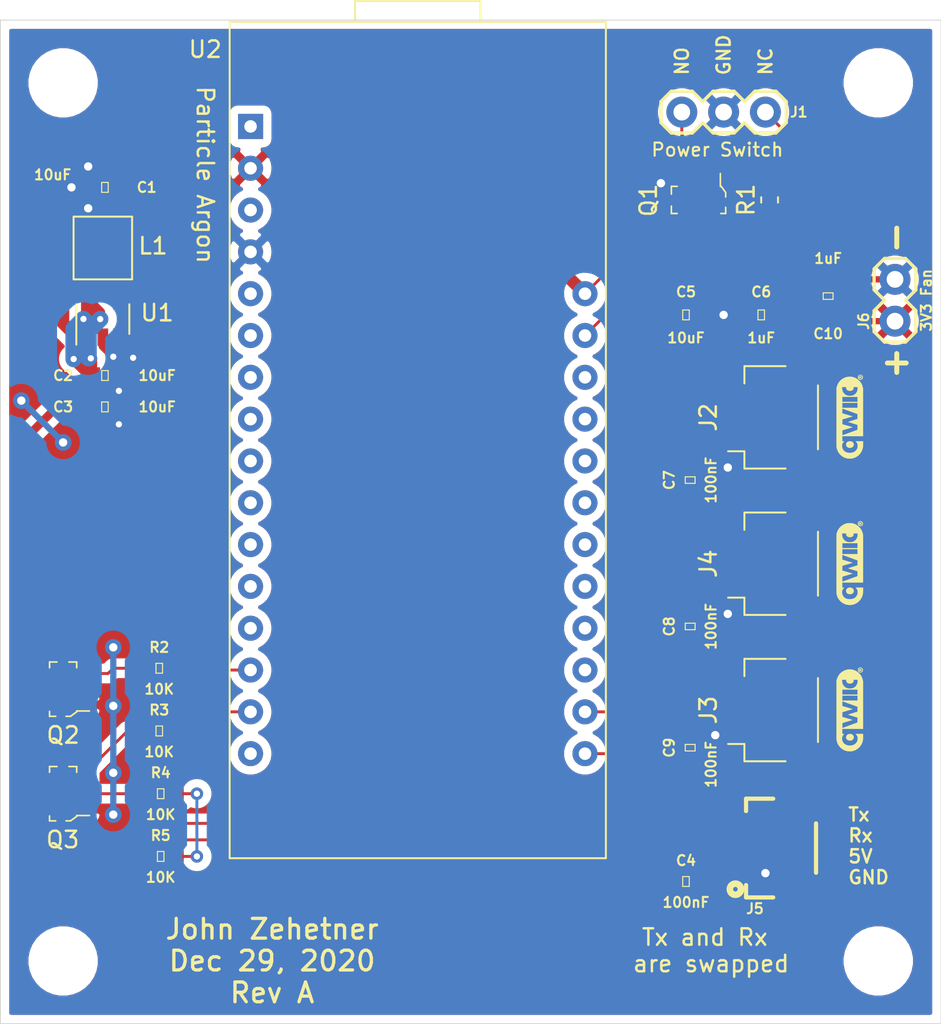
<source format=kicad_pcb>
(kicad_pcb (version 20171130) (host pcbnew "(5.1.8-0-10_14)")
  (layers (0 F.Cu signal) (31 B.Cu signal) (35 F.Paste user) (37 F.SilkS user) (38 B.Mask user) (39 F.Mask user) (44 Edge.Cuts user))
  (net 0 "")
  (net 1 3V3)
  (net 2 "Net-(J1-Pad3)")
  (net 3 GND)
  (net 4 "Net-(C1-Pad1)")
  (net 5 +5V)
  (net 6 "Net-(J2-Pad4)")
  (net 7 "Net-(J2-Pad3)")
  (net 8 "Net-(L1-Pad2)")
  (net 9 "Net-(Q2-Pad2)")
  (net 10 "Net-(J5-Pad3)")
  (net 11 "Net-(U2-Pad26)")
  (net 12 "Net-(U2-Pad25)")
  (net 13 "Net-(U2-Pad24)")
  (net 14 "Net-(U2-Pad23)")
  (net 15 "Net-(U2-Pad22)")
  (net 16 "Net-(U2-Pad21)")
  (net 17 "Net-(U2-Pad20)")
  (net 18 "Net-(U2-Pad19)")
  (net 19 "Net-(U2-Pad16)")
  (net 20 "Net-(U2-Pad13)")
  (net 21 "Net-(U2-Pad12)")
  (net 22 "Net-(U2-Pad11)")
  (net 23 "Net-(U2-Pad10)")
  (net 24 "Net-(U2-Pad9)")
  (net 25 "Net-(U2-Pad8)")
  (net 26 "Net-(U2-Pad7)")
  (net 27 "Net-(U2-Pad6)")
  (net 28 "Net-(U2-Pad5)")
  (net 29 "Net-(U2-Pad3)")
  (net 30 "Net-(U2-Pad1)")
  (net 31 "Net-(J1-Pad1)")
  (net 32 "Net-(J5-Pad4)")
  (net 33 "Net-(Q3-Pad2)")
  (module Capacitors:0603 (layer F.Cu) (at 139.27836 101.6)
    (fp_text reference R5 (at 0 -1.27) (layer F.SilkS) (effects (font (size 0.6096 0.6096) (thickness 0.127))))
    (fp_text value 10K (at 0 1.27) (layer F.SilkS) (effects (font (size 0.6096 0.6096) (thickness 0.127))))
    (pad 2 smd rect (at 0.84836 0) (size 1.09982 0.99822) (layers F.Cu F.Paste F.Mask) (net 5 +5V))
    (pad 1 smd rect (at -0.84836 0) (size 1.09982 0.99822) (layers F.Cu F.Paste F.Mask) (net 10 "Net-(J5-Pad3)"))
  )
  (module Capacitors:0603 (layer F.Cu) (at 139.27836 97.79)
    (fp_text reference R4 (at 0 -1.27) (layer F.SilkS) (effects (font (size 0.6096 0.6096) (thickness 0.127))))
    (fp_text value 10K (at 0 1.27) (layer F.SilkS) (effects (font (size 0.6096 0.6096) (thickness 0.127))))
    (pad 2 smd rect (at 0.84836 0) (size 1.09982 0.99822) (layers F.Cu F.Paste F.Mask) (net 5 +5V))
    (pad 1 smd rect (at -0.84836 0) (size 1.09982 0.99822) (layers F.Cu F.Paste F.Mask) (net 32 "Net-(J5-Pad4)"))
  )
  (module Capacitors:0603 (layer F.Cu) (at 139.192 93.98)
    (fp_text reference R3 (at 0 -1.27) (layer F.SilkS) (effects (font (size 0.6096 0.6096) (thickness 0.127))))
    (fp_text value 10K (at 0 1.27) (layer F.SilkS) (effects (font (size 0.6096 0.6096) (thickness 0.127))))
    (pad 2 smd rect (at 0.84836 0) (size 1.09982 0.99822) (layers F.Cu F.Paste F.Mask) (net 1 3V3))
    (pad 1 smd rect (at -0.84836 0) (size 1.09982 0.99822) (layers F.Cu F.Paste F.Mask) (net 33 "Net-(Q3-Pad2)"))
  )
  (module Capacitors:0603 (layer F.Cu) (at 139.192 90.17)
    (fp_text reference R2 (at 0 -1.27) (layer F.SilkS) (effects (font (size 0.6096 0.6096) (thickness 0.127))))
    (fp_text value 10K (at 0 1.27) (layer F.SilkS) (effects (font (size 0.6096 0.6096) (thickness 0.127))))
    (pad 2 smd rect (at 0.84836 0) (size 1.09982 0.99822) (layers F.Cu F.Paste F.Mask) (net 1 3V3))
    (pad 1 smd rect (at -0.84836 0) (size 1.09982 0.99822) (layers F.Cu F.Paste F.Mask) (net 9 "Net-(Q2-Pad2)"))
  )
  (module Connectors:1X02 (layer F.Cu) (at 183.896 69.088 90)
    (fp_text reference J6 (at 0 -1.905 90) (layer F.SilkS) (effects (font (size 0.6096 0.6096) (thickness 0.127))))
    (fp_text value "3V3 Fan" (at 1.27 1.905 90) (layer F.SilkS) (effects (font (size 0.6096 0.6096) (thickness 0.127))))
    (pad 2 thru_hole circle (at 2.54 0 90) (size 1.8796 1.8796) (drill 1.016) (layers *.Cu *.Mask) (net 3 GND))
    (pad 1 thru_hole circle (at 0 0 90) (size 1.8796 1.8796) (drill 1.016) (layers *.Cu *.Mask) (net 1 3V3))
  )
  (module Capacitors:0603 (layer F.Cu) (at 179.832 67.564 90)
    (fp_text reference C10 (at -2.286 0 180) (layer F.SilkS) (effects (font (size 0.6096 0.6096) (thickness 0.127))))
    (fp_text value 1uF (at 2.286 0 180) (layer F.SilkS) (effects (font (size 0.6096 0.6096) (thickness 0.127))))
    (pad 2 smd rect (at 0.84836 0 90) (size 1.09982 0.99822) (layers F.Cu F.Paste F.Mask) (net 3 GND))
    (pad 1 smd rect (at -0.84836 0 90) (size 1.09982 0.99822) (layers F.Cu F.Paste F.Mask) (net 1 3V3))
  )
  (module Capacitors:0603 (layer F.Cu) (at 171.196 103.124)
    (fp_text reference C4 (at 0 -1.27) (layer F.SilkS) (effects (font (size 0.6096 0.6096) (thickness 0.127))))
    (fp_text value 100nF (at 0 1.27) (layer F.SilkS) (effects (font (size 0.6096 0.6096) (thickness 0.127))))
    (pad 2 smd rect (at 0.84836 0) (size 1.09982 0.99822) (layers F.Cu F.Paste F.Mask) (net 3 GND))
    (pad 1 smd rect (at -0.84836 0) (size 1.09982 0.99822) (layers F.Cu F.Paste F.Mask) (net 5 +5V))
  )
  (module MountingHole:MountingHole_3.2mm_M3 (layer F.Cu) (at 182.88 107.95)
    (fp_text reference REF** hide)
    (fp_text value MountingHole_3.2mm_M3)
    (pad 1 np_thru_hole circle (at 0 0) (size 3.2 3.2) (drill 3.2) (layers *.Cu *.Mask))
  )
  (module MountingHole:MountingHole_3.2mm_M3 (layer F.Cu) (at 133.35 107.95)
    (fp_text reference REF** hide)
    (fp_text value MountingHole_3.2mm_M3)
    (pad 1 np_thru_hole circle (at 0 0) (size 3.2 3.2) (drill 3.2) (layers *.Cu *.Mask))
  )
  (module MountingHole:MountingHole_3.2mm_M3 (layer F.Cu) (at 133.35 54.61)
    (fp_text reference REF** hide)
    (fp_text value MountingHole_3.2mm_M3)
    (pad 1 np_thru_hole circle (at 0 0) (size 3.2 3.2) (drill 3.2) (layers *.Cu *.Mask))
  )
  (module MountingHole:MountingHole_3.2mm_M3 (layer F.Cu) (at 182.88 54.61)
    (fp_text reference REF** hide)
    (fp_text value MountingHole_3.2mm_M3)
    (pad 1 np_thru_hole circle (at 0 0) (size 3.2 3.2) (drill 3.2) (layers *.Cu *.Mask))
  )
  (module JohnZPCB:Qwiic_Logo (layer F.Cu) (at 181.102 74.93 90)
    (fp_text reference G*** hide)
    (fp_text value LOGO hide)
  )
  (module JohnZPCB:Qwiic_Logo (layer F.Cu) (at 181.102 92.71 90)
    (fp_text reference G*** hide)
    (fp_text value LOGO hide)
  )
  (module JohnZPCB:Qwiic_Logo (layer F.Cu) (at 181.102 83.82 90)
    (fp_text reference G*** hide)
    (fp_text value LOGO hide)
  )
  (module Resistor_SMD:R_0603_1608Metric (layer F.Cu) (at 176.276 61.722 90)
    (fp_text reference R1 (at 0 -1.43 90) (layer F.SilkS))
    (fp_text value 270K)
    (pad 2 smd roundrect (at 0.7875 0 90) (size 0.875 0.95) (layers F.Cu F.Paste F.Mask) (net 31 "Net-(J1-Pad1)"))
    (pad 1 smd roundrect (at -0.7875 0 90) (size 0.875 0.95) (layers F.Cu F.Paste F.Mask) (net 4 "Net-(C1-Pad1)"))
  )
  (module Connectors:1X03 (layer F.Cu) (at 170.942 56.388)
    (fp_text reference J1 (at 7.112 0) (layer F.SilkS) (effects (font (size 0.6096 0.6096) (thickness 0.127))))
    (fp_text value "Power Switch" (at 2.159 2.286) (layer F.SilkS) (effects (font (size 0.8 0.8) (thickness 0.127))))
    (pad 3 thru_hole circle (at 5.08 0) (size 1.8796 1.8796) (drill 1.016) (layers *.Cu *.Mask) (net 2 "Net-(J1-Pad3)"))
    (pad 2 thru_hole circle (at 2.54 0) (size 1.8796 1.8796) (drill 1.016) (layers *.Cu *.Mask) (net 3 GND))
    (pad 1 thru_hole circle (at 0 0) (size 1.8796 1.8796) (drill 1.016) (layers *.Cu *.Mask) (net 31 "Net-(J1-Pad1)"))
  )
  (module Package_TO_SOT_SMD:SOT-23-5 (layer F.Cu) (at 135.763 68.961 90)
    (fp_text reference U1 (at 0.381 3.302 180) (layer F.SilkS))
    (fp_text value RP402Nxx1x)
    (pad 5 smd rect (at 1.1 -0.95 90) (size 1.06 0.65) (layers F.Cu F.Paste F.Mask) (net 5 +5V))
    (pad 4 smd rect (at 1.1 0.95 90) (size 1.06 0.65) (layers F.Cu F.Paste F.Mask) (net 4 "Net-(C1-Pad1)"))
    (pad 3 smd rect (at -1.1 0.95 90) (size 1.06 0.65) (layers F.Cu F.Paste F.Mask) (net 1 3V3))
    (pad 2 smd rect (at -1.1 0 90) (size 1.06 0.65) (layers F.Cu F.Paste F.Mask) (net 3 GND))
    (pad 1 smd rect (at -1.1 -0.95 90) (size 1.06 0.65) (layers F.Cu F.Paste F.Mask) (net 8 "Net-(L1-Pad2)"))
  )
  (module digikey-footprints:SOT-23-3 (layer F.Cu) (at 171.958 61.722 270)
    (fp_text reference Q1 (at 0.025 3.048 90) (layer F.SilkS))
    (fp_text value BSS138)
    (pad 1 smd rect (at -1.05 -0.95 270) (size 1.3 0.6) (layers F.Cu F.Paste F.Mask) (net 31 "Net-(J1-Pad1)"))
    (pad 2 smd rect (at -1.05 0.95 270) (size 1.3 0.6) (layers F.Cu F.Paste F.Mask) (net 3 GND))
    (pad 3 smd rect (at 1.05 0 270) (size 1.3 0.6) (layers F.Cu F.Paste F.Mask) (net 2 "Net-(J1-Pad3)"))
  )
  (module digikey-footprints:SOT-23-3 (layer F.Cu) (at 133.35 91.44 180)
    (fp_text reference Q2 (at 0 -2.794) (layer F.SilkS))
    (fp_text value BSS138)
    (pad 1 smd rect (at -1.05 -0.95 180) (size 1.3 0.6) (layers F.Cu F.Paste F.Mask) (net 1 3V3))
    (pad 2 smd rect (at -1.05 0.95 180) (size 1.3 0.6) (layers F.Cu F.Paste F.Mask) (net 9 "Net-(Q2-Pad2)"))
    (pad 3 smd rect (at 1.05 0 180) (size 1.3 0.6) (layers F.Cu F.Paste F.Mask) (net 32 "Net-(J5-Pad4)"))
  )
  (module digikey-footprints:SOT-23-3 (layer F.Cu) (at 133.35 97.79 180)
    (fp_text reference Q3 (at 0.025 -2.794) (layer F.SilkS))
    (fp_text value BSS138)
    (pad 1 smd rect (at -1.05 -0.95 180) (size 1.3 0.6) (layers F.Cu F.Paste F.Mask) (net 1 3V3))
    (pad 2 smd rect (at -1.05 0.95 180) (size 1.3 0.6) (layers F.Cu F.Paste F.Mask) (net 33 "Net-(Q3-Pad2)"))
    (pad 3 smd rect (at 1.05 0 180) (size 1.3 0.6) (layers F.Cu F.Paste F.Mask) (net 10 "Net-(J5-Pad3)"))
  )
  (module JohnZPCB:VLS3012HBX (layer F.Cu) (at 135.763 64.643 180)
    (fp_text reference L1 (at -3.048 0.127) (layer F.SilkS))
    (fp_text value VLS3012HBX-2R2M‎)
    (pad 2 smd rect (at 1.05 0 180) (size 1 3.4) (layers F.Cu F.Paste F.Mask) (net 8 "Net-(L1-Pad2)"))
    (pad 1 smd rect (at -1.05 0 180) (size 1 3.4) (layers F.Cu F.Paste F.Mask) (net 4 "Net-(C1-Pad1)"))
  )
  (module Connector_JST:JST_SH_SM04B-SRSS-TB_1x04-1MP_P1.00mm_Horizontal (layer F.Cu) (at 176.53 74.93 90)
    (fp_text reference J2 (at 0 -3.98 90) (layer F.SilkS))
    (fp_text value QWIIC_CONNECTORJS-1MM)
    (pad MP smd roundrect (at 2.8 1.875 90) (size 1.2 1.8) (layers F.Cu F.Paste F.Mask) (roundrect_rratio 0.208333))
    (pad MP smd roundrect (at -2.8 1.875 90) (size 1.2 1.8) (layers F.Cu F.Paste F.Mask) (roundrect_rratio 0.208333))
    (pad 4 smd roundrect (at 1.5 -2 90) (size 0.6 1.55) (layers F.Cu F.Paste F.Mask) (net 6 "Net-(J2-Pad4)"))
    (pad 3 smd roundrect (at 0.5 -2 90) (size 0.6 1.55) (layers F.Cu F.Paste F.Mask) (net 7 "Net-(J2-Pad3)"))
    (pad 2 smd roundrect (at -0.5 -2 90) (size 0.6 1.55) (layers F.Cu F.Paste F.Mask) (net 1 3V3))
    (pad 1 smd roundrect (at -1.5 -2 90) (size 0.6 1.55) (layers F.Cu F.Paste F.Mask) (net 3 GND))
  )
  (module Connectors:1X04_1MM_RA (layer F.Cu) (at 174.498 101.092 90)
    (fp_text reference J5 (at -3.683 0.889) (layer F.SilkS) (effects (font (size 0.6096 0.6096) (thickness 0.127))))
    (fp_text value UART_CONNECTORJS-1MM hide)
    (pad NC2 smd rect (at -2.79908 3.67284 90) (size 1.19888 1.99898) (layers F.Cu F.Paste F.Mask))
    (pad NC1 smd rect (at 2.79908 3.67284 90) (size 1.19888 1.99898) (layers F.Cu F.Paste F.Mask))
    (pad 4 smd rect (at 1.4986 0 90) (size 0.59944 1.34874) (layers F.Cu F.Paste F.Mask) (net 32 "Net-(J5-Pad4)"))
    (pad 3 smd rect (at 0.49784 0 90) (size 0.59944 1.34874) (layers F.Cu F.Paste F.Mask) (net 10 "Net-(J5-Pad3)"))
    (pad 2 smd rect (at -0.49784 0 90) (size 0.59944 1.34874) (layers F.Cu F.Paste F.Mask) (net 5 +5V))
    (pad 1 smd rect (at -1.4986 0 90) (size 0.59944 1.34874) (layers F.Cu F.Paste F.Mask) (net 3 GND))
  )
  (module Capacitors:0603 (layer F.Cu) (at 171.45 94.996 90)
    (fp_text reference C9 (at 0 -1.27 90) (layer F.SilkS) (effects (font (size 0.6096 0.6096) (thickness 0.127))))
    (fp_text value 100nF (at -1.016 1.27 90) (layer F.SilkS) (effects (font (size 0.6096 0.6096) (thickness 0.127))))
    (pad 2 smd rect (at 0.84836 0 90) (size 1.09982 0.99822) (layers F.Cu F.Paste F.Mask) (net 3 GND))
    (pad 1 smd rect (at -0.84836 0 90) (size 1.09982 0.99822) (layers F.Cu F.Paste F.Mask) (net 1 3V3))
  )
  (module Capacitors:0603 (layer F.Cu) (at 171.45 87.63 90)
    (fp_text reference C8 (at 0 -1.27 90) (layer F.SilkS) (effects (font (size 0.6096 0.6096) (thickness 0.127))))
    (fp_text value 100nF (at 0 1.27 90) (layer F.SilkS) (effects (font (size 0.6096 0.6096) (thickness 0.127))))
    (pad 2 smd rect (at 0.84836 0 90) (size 1.09982 0.99822) (layers F.Cu F.Paste F.Mask) (net 3 GND))
    (pad 1 smd rect (at -0.84836 0 90) (size 1.09982 0.99822) (layers F.Cu F.Paste F.Mask) (net 1 3V3))
  )
  (module Capacitors:0603 (layer F.Cu) (at 171.45 78.74 90)
    (fp_text reference C7 (at 0 -1.27 90) (layer F.SilkS) (effects (font (size 0.6096 0.6096) (thickness 0.127))))
    (fp_text value 100nF (at 0 1.27 90) (layer F.SilkS) (effects (font (size 0.6096 0.6096) (thickness 0.127))))
    (pad 2 smd rect (at 0.84836 0 90) (size 1.09982 0.99822) (layers F.Cu F.Paste F.Mask) (net 3 GND))
    (pad 1 smd rect (at -0.84836 0 90) (size 1.09982 0.99822) (layers F.Cu F.Paste F.Mask) (net 1 3V3))
  )
  (module Capacitors:0603 (layer F.Cu) (at 175.768 68.707 180)
    (fp_text reference C6 (at 0 1.397) (layer F.SilkS) (effects (font (size 0.6096 0.6096) (thickness 0.127))))
    (fp_text value 1uF (at 0 -1.397) (layer F.SilkS) (effects (font (size 0.6096 0.6096) (thickness 0.127))))
    (pad 2 smd rect (at 0.84836 0 180) (size 1.09982 0.99822) (layers F.Cu F.Paste F.Mask) (net 3 GND))
    (pad 1 smd rect (at -0.84836 0 180) (size 1.09982 0.99822) (layers F.Cu F.Paste F.Mask) (net 1 3V3))
  )
  (module Capacitors:0603 (layer F.Cu) (at 171.196 68.707)
    (fp_text reference C5 (at 0 -1.397) (layer F.SilkS) (effects (font (size 0.6096 0.6096) (thickness 0.127))))
    (fp_text value 10uF (at 0 1.397) (layer F.SilkS) (effects (font (size 0.6096 0.6096) (thickness 0.127))))
    (pad 2 smd rect (at 0.84836 0) (size 1.09982 0.99822) (layers F.Cu F.Paste F.Mask) (net 3 GND))
    (pad 1 smd rect (at -0.84836 0) (size 1.09982 0.99822) (layers F.Cu F.Paste F.Mask) (net 1 3V3))
  )
  (module Capacitors:0603 (layer F.Cu) (at 135.89 74.295)
    (fp_text reference C3 (at -2.54 0) (layer F.SilkS) (effects (font (size 0.6096 0.6096) (thickness 0.127))))
    (fp_text value 10uF (at 3.175 0) (layer F.SilkS) (effects (font (size 0.6096 0.6096) (thickness 0.127))))
    (pad 2 smd rect (at 0.84836 0) (size 1.09982 0.99822) (layers F.Cu F.Paste F.Mask) (net 3 GND))
    (pad 1 smd rect (at -0.84836 0) (size 1.09982 0.99822) (layers F.Cu F.Paste F.Mask) (net 5 +5V))
  )
  (module Capacitors:0603 (layer F.Cu) (at 135.89 72.39)
    (fp_text reference C2 (at -2.54 0) (layer F.SilkS) (effects (font (size 0.6096 0.6096) (thickness 0.127))))
    (fp_text value 10uF (at 3.175 0) (layer F.SilkS) (effects (font (size 0.6096 0.6096) (thickness 0.127))))
    (pad 2 smd rect (at 0.84836 0) (size 1.09982 0.99822) (layers F.Cu F.Paste F.Mask) (net 3 GND))
    (pad 1 smd rect (at -0.84836 0) (size 1.09982 0.99822) (layers F.Cu F.Paste F.Mask) (net 5 +5V))
  )
  (module Capacitors:0603 (layer F.Cu) (at 135.89 60.96 180)
    (fp_text reference C1 (at -2.54 0) (layer F.SilkS) (effects (font (size 0.6096 0.6096) (thickness 0.127))))
    (fp_text value 10uF (at 3.175 0.762) (layer F.SilkS) (effects (font (size 0.6096 0.6096) (thickness 0.127))))
    (pad 2 smd rect (at 0.84836 0 180) (size 1.09982 0.99822) (layers F.Cu F.Paste F.Mask) (net 3 GND))
    (pad 1 smd rect (at -0.84836 0 180) (size 1.09982 0.99822) (layers F.Cu F.Paste F.Mask) (net 4 "Net-(C1-Pad1)"))
  )
  (module Connector_JST:JST_SH_SM04B-SRSS-TB_1x04-1MP_P1.00mm_Horizontal (layer F.Cu) (at 176.53 83.82 90)
    (fp_text reference J4 (at 0 -3.98 90) (layer F.SilkS))
    (fp_text value QWIIC_CONNECTORJS-1MM hide)
    (pad MP smd roundrect (at 2.8 1.875 90) (size 1.2 1.8) (layers F.Cu F.Paste F.Mask) (roundrect_rratio 0.208333))
    (pad MP smd roundrect (at -2.8 1.875 90) (size 1.2 1.8) (layers F.Cu F.Paste F.Mask) (roundrect_rratio 0.208333))
    (pad 4 smd roundrect (at 1.5 -2 90) (size 0.6 1.55) (layers F.Cu F.Paste F.Mask) (net 6 "Net-(J2-Pad4)"))
    (pad 3 smd roundrect (at 0.5 -2 90) (size 0.6 1.55) (layers F.Cu F.Paste F.Mask) (net 7 "Net-(J2-Pad3)"))
    (pad 2 smd roundrect (at -0.5 -2 90) (size 0.6 1.55) (layers F.Cu F.Paste F.Mask) (net 1 3V3))
    (pad 1 smd roundrect (at -1.5 -2 90) (size 0.6 1.55) (layers F.Cu F.Paste F.Mask) (net 3 GND))
  )
  (module Connector_JST:JST_SH_SM04B-SRSS-TB_1x04-1MP_P1.00mm_Horizontal (layer F.Cu) (at 176.53 92.71 90)
    (fp_text reference J3 (at 0 -3.98 90) (layer F.SilkS))
    (fp_text value QWIIC_CONNECTORJS-1MM hide)
    (pad MP smd roundrect (at 2.8 1.875 90) (size 1.2 1.8) (layers F.Cu F.Paste F.Mask) (roundrect_rratio 0.208333))
    (pad MP smd roundrect (at -2.8 1.875 90) (size 1.2 1.8) (layers F.Cu F.Paste F.Mask) (roundrect_rratio 0.208))
    (pad 4 smd roundrect (at 1.5 -2 90) (size 0.6 1.55) (layers F.Cu F.Paste F.Mask) (net 6 "Net-(J2-Pad4)"))
    (pad 3 smd roundrect (at 0.5 -2 90) (size 0.6 1.55) (layers F.Cu F.Paste F.Mask) (net 7 "Net-(J2-Pad3)"))
    (pad 2 smd roundrect (at -0.5 -2 90) (size 0.6 1.55) (layers F.Cu F.Paste F.Mask) (net 1 3V3))
    (pad 1 smd roundrect (at -1.5 -2 90) (size 0.6 1.55) (layers F.Cu F.Paste F.Mask) (net 3 GND))
  )
  (module JohnZPCB:ParticleArgon (layer F.Cu) (at 154.8984 76.3084)
    (fp_text reference U2 (at -12.9124 -23.7304) (layer F.SilkS))
    (fp_text value Particle_Argon)
    (pad 28 thru_hole circle (at 10.16 -8.89) (size 1.524 1.524) (drill 0.762) (layers *.Cu *.Mask) (net 4 "Net-(C1-Pad1)"))
    (pad 27 thru_hole circle (at 10.16 -6.35) (size 1.524 1.524) (drill 0.762) (layers *.Cu *.Mask) (net 2 "Net-(J1-Pad3)"))
    (pad 26 thru_hole circle (at 10.16 -3.81) (size 1.524 1.524) (drill 0.762) (layers *.Cu *.Mask) (net 11 "Net-(U2-Pad26)"))
    (pad 25 thru_hole circle (at 10.16 -1.27) (size 1.524 1.524) (drill 0.762) (layers *.Cu *.Mask) (net 12 "Net-(U2-Pad25)"))
    (pad 24 thru_hole circle (at 10.16 1.27) (size 1.524 1.524) (drill 0.762) (layers *.Cu *.Mask) (net 13 "Net-(U2-Pad24)"))
    (pad 23 thru_hole circle (at 10.16 3.81) (size 1.524 1.524) (drill 0.762) (layers *.Cu *.Mask) (net 14 "Net-(U2-Pad23)"))
    (pad 22 thru_hole circle (at 10.16 6.35) (size 1.524 1.524) (drill 0.762) (layers *.Cu *.Mask) (net 15 "Net-(U2-Pad22)"))
    (pad 21 thru_hole circle (at 10.16 8.89) (size 1.524 1.524) (drill 0.762) (layers *.Cu *.Mask) (net 16 "Net-(U2-Pad21)"))
    (pad 20 thru_hole circle (at 10.16 11.43) (size 1.524 1.524) (drill 0.762) (layers *.Cu *.Mask) (net 17 "Net-(U2-Pad20)"))
    (pad 19 thru_hole circle (at 10.16 13.97) (size 1.524 1.524) (drill 0.762) (layers *.Cu *.Mask) (net 18 "Net-(U2-Pad19)"))
    (pad 18 thru_hole circle (at 10.16 16.51) (size 1.524 1.524) (drill 0.762) (layers *.Cu *.Mask) (net 6 "Net-(J2-Pad4)"))
    (pad 17 thru_hole circle (at 10.16 19.05) (size 1.524 1.524) (drill 0.762) (layers *.Cu *.Mask) (net 7 "Net-(J2-Pad3)"))
    (pad 16 thru_hole circle (at -10.16 19.05) (size 1.524 1.524) (drill 0.762) (layers *.Cu *.Mask) (net 19 "Net-(U2-Pad16)"))
    (pad 15 thru_hole circle (at -10.16 16.51) (size 1.524 1.524) (drill 0.762) (layers *.Cu *.Mask) (net 33 "Net-(Q3-Pad2)"))
    (pad 14 thru_hole circle (at -10.16 13.97) (size 1.524 1.524) (drill 0.762) (layers *.Cu *.Mask) (net 9 "Net-(Q2-Pad2)"))
    (pad 13 thru_hole circle (at -10.16 11.43) (size 1.524 1.524) (drill 0.762) (layers *.Cu *.Mask) (net 20 "Net-(U2-Pad13)"))
    (pad 12 thru_hole circle (at -10.16 8.89) (size 1.524 1.524) (drill 0.762) (layers *.Cu *.Mask) (net 21 "Net-(U2-Pad12)"))
    (pad 11 thru_hole circle (at -10.16 6.35) (size 1.524 1.524) (drill 0.762) (layers *.Cu *.Mask) (net 22 "Net-(U2-Pad11)"))
    (pad 10 thru_hole circle (at -10.16 3.81) (size 1.524 1.524) (drill 0.762) (layers *.Cu *.Mask) (net 23 "Net-(U2-Pad10)"))
    (pad 9 thru_hole circle (at -10.16 1.27) (size 1.524 1.524) (drill 0.762) (layers *.Cu *.Mask) (net 24 "Net-(U2-Pad9)"))
    (pad 8 thru_hole circle (at -10.16 -1.27) (size 1.524 1.524) (drill 0.762) (layers *.Cu *.Mask) (net 25 "Net-(U2-Pad8)"))
    (pad 7 thru_hole circle (at -10.16 -3.81) (size 1.524 1.524) (drill 0.762) (layers *.Cu *.Mask) (net 26 "Net-(U2-Pad7)"))
    (pad 6 thru_hole circle (at -10.16 -6.35) (size 1.524 1.524) (drill 0.762) (layers *.Cu *.Mask) (net 27 "Net-(U2-Pad6)"))
    (pad 5 thru_hole circle (at -10.16 -8.89) (size 1.524 1.524) (drill 0.762) (layers *.Cu *.Mask) (net 28 "Net-(U2-Pad5)"))
    (pad 4 thru_hole circle (at -10.16 -11.43) (size 1.524 1.524) (drill 0.762) (layers *.Cu *.Mask) (net 3 GND))
    (pad 3 thru_hole circle (at -10.16 -13.97) (size 1.524 1.524) (drill 0.762) (layers *.Cu *.Mask) (net 29 "Net-(U2-Pad3)"))
    (pad 2 thru_hole circle (at -10.16 -16.51) (size 1.524 1.524) (drill 0.762) (layers *.Cu *.Mask) (net 1 3V3))
    (pad 1 thru_hole rect (at -10.16 -19.05) (size 1.524 1.524) (drill 0.762) (layers *.Cu *.Mask) (net 30 "Net-(U2-Pad1)"))
  )
  (gr_text - (at 183.896 64.008 90) (layer F.SilkS) (effects (font (size 1.5 1.5) (thickness 0.3))))
  (gr_text + (at 183.896 71.628 90) (layer F.SilkS) (effects (font (size 1.5 1.5) (thickness 0.3))))
  (gr_text "John Zehetner\nDec 29, 2020\nRev A" (at 146.05 107.95) (layer F.SilkS) (effects (font (size 1.2 1.2) (thickness 0.2))))
  (gr_text "Particle Argon" (at 141.986 60.198 270) (layer F.SilkS) (effects (font (size 1 1))))
  (gr_line (start 186.69 50.8) (end 129.54 50.8) (layer Edge.Cuts) (width 0.05))
  (gr_line (start 186.69 111.76) (end 186.69 50.8) (layer Edge.Cuts) (width 0.05))
  (gr_text GND (at 180.975 102.87) (layer F.SilkS) (effects (font (size 0.8 0.8)) (justify left)))
  (gr_text 5V (at 180.975 101.6) (layer F.SilkS) (effects (font (size 0.8 0.8)) (justify left)))
  (gr_text Rx (at 180.975 100.33) (layer F.SilkS) (effects (font (size 0.8 0.8)) (justify left)))
  (gr_text Tx (at 180.975 99.06) (layer F.SilkS) (effects (font (size 0.8 0.8)) (justify left)))
  (gr_text "Tx and Rx \nare swapped" (at 172.72 107.315) (layer F.SilkS) (effects (font (size 1 1))))
  (gr_text NO (at 170.946 54.229 90) (layer F.SilkS) (effects (font (size 0.8 0.8)) (justify left)))
  (gr_text GND (at 173.486 54.229 90) (layer F.SilkS) (effects (font (size 0.8 0.8)) (justify left)))
  (gr_text NC (at 176.026 54.229 90) (layer F.SilkS) (effects (font (size 0.8 0.8)) (justify left)))
  (gr_line (start 134.62 50.8) (end 134.62 50.8) (layer Edge.Cuts) (width 0.05))
  (gr_line (start 129.54 111.76) (end 186.69 111.76) (layer Edge.Cuts) (width 0.05))
  (gr_line (start 129.54 50.8) (end 129.54 111.76) (layer Edge.Cuts) (width 0.05))
  (segment (start 144.891209 59.801209) (end 144.78 59.69) (width 0.25) (layer F.Cu) (net 1))
  (via (at 136.398 99.06) (size 1.016) (drill 0.508) (layers F.Cu B.Cu) (net 1))
  (via (at 136.398 96.52) (size 1.016) (drill 0.508) (layers F.Cu B.Cu) (net 1))
  (via (at 136.398 92.456) (size 1.016) (drill 0.508) (layers F.Cu B.Cu) (net 1))
  (via (at 136.398 88.9) (size 1.016) (drill 0.508) (layers F.Cu B.Cu) (net 1))
  (segment (start 136.398 88.9) (end 136.398 92.456) (width 0.381) (layer B.Cu) (net 1))
  (segment (start 136.398 92.456) (end 136.398 96.52) (width 0.381) (layer B.Cu) (net 1))
  (segment (start 136.398 96.52) (end 136.398 99.06) (width 0.381) (layer B.Cu) (net 1))
  (via (at 130.81 73.914) (size 1.016) (drill 0.508) (layers F.Cu B.Cu) (net 1))
  (via (at 133.35 76.454) (size 1.016) (drill 0.508) (layers F.Cu B.Cu) (net 1))
  (segment (start 130.81 73.914) (end 133.35 76.454) (width 0.381) (layer B.Cu) (net 1))
  (segment (start 182.118 69.088) (end 183.896 69.088) (width 0.381) (layer F.Cu) (net 1))
  (segment (start 181.44236 68.41236) (end 182.118 69.088) (width 0.381) (layer F.Cu) (net 1))
  (segment (start 179.832 68.41236) (end 181.44236 68.41236) (width 0.381) (layer F.Cu) (net 1))
  (segment (start 171.958 63.0588) (end 165.0584 69.9584) (width 0.1778) (layer F.Cu) (net 2))
  (segment (start 171.958 62.772) (end 171.958 63.0588) (width 0.1778) (layer F.Cu) (net 2))
  (segment (start 173.516 62.772) (end 171.958 62.772) (width 0.1778) (layer F.Cu) (net 2))
  (segment (start 174.244 63.5) (end 173.516 62.772) (width 0.1778) (layer F.Cu) (net 2))
  (segment (start 177.038 63.5) (end 174.244 63.5) (width 0.1778) (layer F.Cu) (net 2))
  (segment (start 177.8 62.738) (end 177.038 63.5) (width 0.1778) (layer F.Cu) (net 2))
  (segment (start 177.8 58.166) (end 177.8 62.738) (width 0.1778) (layer F.Cu) (net 2))
  (segment (start 176.022 56.388) (end 177.8 58.166) (width 0.1778) (layer F.Cu) (net 2))
  (segment (start 136.73836 71.96836) (end 136.73836 72.39) (width 0.5) (layer F.Cu) (net 3))
  (segment (start 136.73836 72.39) (end 136.73836 73.31964) (width 0.5) (layer F.Cu) (net 3))
  (segment (start 136.525 71.755) (end 136.73836 71.96836) (width 0.5) (layer F.Cu) (net 3))
  (via (at 173.482 68.707) (size 1.016) (drill 0.508) (layers F.Cu B.Cu) (net 3))
  (segment (start 174.91964 68.707) (end 172.04436 68.707) (width 0.381) (layer F.Cu) (net 3))
  (segment (start 173.482 68.707) (end 173.482 68.072) (width 0.381) (layer B.Cu) (net 3))
  (segment (start 173.482 68.707) (end 173.482 67.818) (width 0.381) (layer B.Cu) (net 3))
  (segment (start 136.73836 73.31964) (end 136.73836 74.295) (width 0.5) (layer F.Cu) (net 3))
  (via (at 136.73836 73.31964) (size 0.762) (drill 0.381) (layers F.Cu B.Cu) (net 3))
  (segment (start 136.652 76.2) (end 136.652 75.692) (width 0.5) (layer B.Cu) (net 3))
  (via (at 136.73836 75.351644) (size 0.762) (drill 0.381) (layers F.Cu B.Cu) (net 3))
  (segment (start 136.73836 74.295) (end 136.73836 75.351644) (width 0.5) (layer F.Cu) (net 3))
  (segment (start 136.652 75.692) (end 136.73836 75.60564) (width 0.5) (layer B.Cu) (net 3))
  (segment (start 136.73836 75.60564) (end 136.73836 75.351644) (width 0.5) (layer B.Cu) (net 3))
  (via (at 133.858 60.96) (size 1.016) (drill 0.508) (layers F.Cu B.Cu) (net 3))
  (segment (start 135.04164 60.96) (end 133.858 60.96) (width 0.5) (layer F.Cu) (net 3))
  (segment (start 133.858 60.96) (end 133.096 60.96) (width 0.5) (layer B.Cu) (net 3))
  (via (at 134.874 59.69) (size 1.016) (drill 0.508) (layers F.Cu B.Cu) (net 3))
  (segment (start 135.04164 59.85764) (end 134.874 59.69) (width 0.5) (layer F.Cu) (net 3))
  (segment (start 135.04164 60.96) (end 135.04164 59.85764) (width 0.5) (layer F.Cu) (net 3))
  (segment (start 134.874 59.69) (end 134.112 59.69) (width 0.5) (layer B.Cu) (net 3))
  (via (at 134.874 62.23) (size 1.016) (drill 0.508) (layers F.Cu B.Cu) (net 3))
  (segment (start 135.04164 62.06236) (end 134.874 62.23) (width 0.5) (layer F.Cu) (net 3))
  (segment (start 135.04164 60.96) (end 135.04164 62.06236) (width 0.5) (layer F.Cu) (net 3))
  (segment (start 134.874 62.23) (end 134.112 62.23) (width 0.5) (layer B.Cu) (net 3))
  (segment (start 136.398 71.247) (end 136.525 71.755) (width 0.5) (layer F.Cu) (net 3))
  (via (at 136.398 71.247) (size 0.762) (drill 0.381) (layers F.Cu B.Cu) (net 3))
  (segment (start 137.16 71.755) (end 136.525 71.755) (width 0.5) (layer F.Cu) (net 3))
  (segment (start 137.6045 71.3105) (end 137.16 71.755) (width 0.5) (layer F.Cu) (net 3))
  (segment (start 137.6045 71.3105) (end 138.43 71.12) (width 0.5) (layer B.Cu) (net 3))
  (via (at 137.6045 71.3105) (size 0.762) (drill 0.381) (layers F.Cu B.Cu) (net 3))
  (via (at 173.736 77.978) (size 1.016) (drill 0.508) (layers F.Cu B.Cu) (net 3))
  (segment (start 174.53 77.184) (end 173.736 77.978) (width 0.381) (layer F.Cu) (net 3))
  (segment (start 174.53 76.43) (end 174.53 77.184) (width 0.381) (layer F.Cu) (net 3))
  (segment (start 173.64964 77.89164) (end 173.736 77.978) (width 0.381) (layer F.Cu) (net 3))
  (segment (start 171.196 77.89164) (end 173.64964 77.89164) (width 0.381) (layer F.Cu) (net 3))
  (segment (start 172.04436 103.124) (end 172.72 103.124) (width 0.381) (layer F.Cu) (net 3))
  (segment (start 173.2534 102.5906) (end 174.498 102.5906) (width 0.381) (layer F.Cu) (net 3))
  (segment (start 172.72 103.124) (end 173.2534 102.5906) (width 0.381) (layer F.Cu) (net 3))
  (via (at 176.022 102.616) (size 1.016) (drill 0.508) (layers F.Cu B.Cu) (net 3))
  (segment (start 175.9966 102.5906) (end 176.022 102.616) (width 0.381) (layer F.Cu) (net 3))
  (segment (start 174.498 102.5906) (end 175.9966 102.5906) (width 0.381) (layer F.Cu) (net 3))
  (segment (start 176.022 102.616) (end 176.784 102.616) (width 0.381) (layer B.Cu) (net 3))
  (via (at 173.736 86.868) (size 1.016) (drill 0.508) (layers F.Cu B.Cu) (net 3))
  (segment (start 174.53 86.074) (end 173.736 86.868) (width 0.381) (layer F.Cu) (net 3))
  (segment (start 174.53 85.32) (end 174.53 86.074) (width 0.381) (layer F.Cu) (net 3))
  (segment (start 173.736 86.868) (end 173.482 86.614) (width 0.381) (layer B.Cu) (net 3))
  (segment (start 173.64964 86.78164) (end 173.736 86.868) (width 0.381) (layer F.Cu) (net 3))
  (segment (start 171.45 86.78164) (end 173.64964 86.78164) (width 0.381) (layer F.Cu) (net 3))
  (segment (start 173.228 94.488) (end 172.974 94.234) (width 0.381) (layer B.Cu) (net 3))
  (segment (start 171.45 94.14764) (end 172.88764 94.14764) (width 0.381) (layer F.Cu) (net 3))
  (segment (start 174.53 94.21) (end 172.998 94.21) (width 0.381) (layer F.Cu) (net 3))
  (segment (start 172.88764 94.14764) (end 172.974 94.234) (width 0.381) (layer F.Cu) (net 3))
  (segment (start 173.228 95.758) (end 173.228 94.488) (width 0.381) (layer B.Cu) (net 3))
  (segment (start 172.998 94.21) (end 172.974 94.234) (width 0.381) (layer F.Cu) (net 3))
  (segment (start 172.974 94.488) (end 172.974 94.234) (width 0.381) (layer F.Cu) (net 3))
  (via (at 172.974 94.234) (size 1.016) (drill 0.508) (layers F.Cu B.Cu) (net 3))
  (segment (start 135.763 70.612) (end 135.763 70.061) (width 0.5) (layer F.Cu) (net 3))
  (segment (start 136.398 71.247) (end 135.763 70.612) (width 0.5) (layer F.Cu) (net 3))
  (via (at 169.672 60.706) (size 1.016) (drill 0.508) (layers F.Cu B.Cu) (net 3))
  (segment (start 171.008 60.672) (end 169.706 60.672) (width 0.381) (layer F.Cu) (net 3))
  (segment (start 169.706 60.672) (end 169.672 60.706) (width 0.381) (layer F.Cu) (net 3))
  (segment (start 169.672 60.198) (end 169.672 60.706) (width 0.381) (layer B.Cu) (net 3))
  (segment (start 169.418 59.944) (end 169.672 60.198) (width 0.381) (layer B.Cu) (net 3))
  (segment (start 179.832 66.71564) (end 181.69636 66.71564) (width 0.381) (layer F.Cu) (net 3))
  (segment (start 181.864 66.548) (end 183.896 66.548) (width 0.381) (layer F.Cu) (net 3))
  (segment (start 181.69636 66.71564) (end 181.864 66.548) (width 0.381) (layer F.Cu) (net 3))
  (segment (start 136.73836 64.56836) (end 136.813 64.643) (width 0.5) (layer F.Cu) (net 4))
  (segment (start 136.73836 60.96) (end 136.73836 64.56836) (width 0.75) (layer F.Cu) (net 4))
  (segment (start 136.813 67.761) (end 136.713 67.861) (width 0.5) (layer F.Cu) (net 4))
  (segment (start 136.813 64.643) (end 136.813 67.761) (width 0.75) (layer F.Cu) (net 4))
  (segment (start 136.73836 59.79414) (end 136.73836 60.96) (width 0.75) (layer F.Cu) (net 4))
  (segment (start 136.73836 60.96) (end 136.525 60.96) (width 0.75) (layer F.Cu) (net 4))
  (segment (start 142.6845 53.848) (end 136.73836 59.79414) (width 0.75) (layer F.Cu) (net 4))
  (segment (start 151.488 53.848) (end 142.6845 53.848) (width 0.75) (layer F.Cu) (net 4))
  (segment (start 165.0584 67.4184) (end 151.488 53.848) (width 0.75) (layer F.Cu) (net 4))
  (segment (start 176.2505 62.484) (end 176.276 62.5095) (width 0.1778) (layer F.Cu) (net 4))
  (segment (start 175.006 62.484) (end 176.2505 62.484) (width 0.1778) (layer F.Cu) (net 4))
  (segment (start 170.7548 61.722) (end 174.244 61.722) (width 0.1778) (layer F.Cu) (net 4))
  (segment (start 174.244 61.722) (end 175.006 62.484) (width 0.1778) (layer F.Cu) (net 4))
  (segment (start 165.0584 67.4184) (end 170.7548 61.722) (width 0.1778) (layer F.Cu) (net 4))
  (segment (start 135.04164 72.39) (end 135.04164 74.295) (width 0.5) (layer F.Cu) (net 5))
  (segment (start 140.109634 103.589003) (end 140.12672 101.6) (width 0.5) (layer F.Cu) (net 5))
  (segment (start 134.813 67.861) (end 134.813 68.911198) (width 0.75) (layer F.Cu) (net 5))
  (segment (start 134.813 67.861) (end 135.53201 68.58001) (width 0.75) (layer F.Cu) (net 5))
  (segment (start 170.34764 101.74732) (end 170.19016 101.58984) (width 0.1778) (layer F.Cu) (net 5))
  (segment (start 170.19016 101.58984) (end 174.498 101.58984) (width 0.5) (layer F.Cu) (net 5))
  (segment (start 170.34764 103.124) (end 170.34764 101.74732) (width 0.1778) (layer F.Cu) (net 5))
  (via (at 141.478 101.6) (size 0.762) (drill 0.381) (layers F.Cu B.Cu) (net 5))
  (segment (start 140.12672 101.6) (end 141.478 101.6) (width 0.1778) (layer F.Cu) (net 5))
  (via (at 141.478 97.79) (size 0.762) (drill 0.381) (layers F.Cu B.Cu) (net 5))
  (segment (start 141.478 101.6) (end 141.478 97.79) (width 0.1778) (layer B.Cu) (net 5))
  (segment (start 141.478 97.79) (end 140.12672 97.79) (width 0.1778) (layer F.Cu) (net 5))
  (segment (start 134.813 68.911198) (end 134.874 68.972198) (width 0.5) (layer F.Cu) (net 5))
  (segment (start 134.605577 68.972198) (end 134.587165 68.953786) (width 0.5) (layer F.Cu) (net 5))
  (via (at 134.587165 68.953786) (size 0.762) (drill 0.381) (layers F.Cu B.Cu) (net 5))
  (segment (start 134.874 68.972198) (end 134.605577 68.972198) (width 0.5) (layer F.Cu) (net 5))
  (via (at 133.989185 71.388419) (size 0.762) (drill 0.381) (layers F.Cu B.Cu) (net 5))
  (segment (start 135.04164 72.39) (end 134.040059 71.388419) (width 0.75) (layer F.Cu) (net 5))
  (segment (start 134.040059 71.388419) (end 133.989185 71.388419) (width 0.75) (layer F.Cu) (net 5))
  (segment (start 134.587165 68.953786) (end 133.989185 69.551766) (width 1) (layer B.Cu) (net 5))
  (segment (start 133.989185 69.551766) (end 133.989185 71.388419) (width 1) (layer B.Cu) (net 5))
  (via (at 135.603732 68.962325) (size 0.762) (drill 0.381) (layers F.Cu B.Cu) (net 5))
  (segment (start 135.53201 68.58001) (end 135.603732 68.651732) (width 0.5) (layer F.Cu) (net 5))
  (segment (start 135.603732 68.651732) (end 135.603732 68.962325) (width 0.5) (layer F.Cu) (net 5))
  (segment (start 134.894698 69.671359) (end 135.603732 68.962325) (width 1) (layer B.Cu) (net 5))
  (segment (start 134.894698 71.337165) (end 134.894698 69.671359) (width 1) (layer B.Cu) (net 5))
  (via (at 135.032833 71.345625) (size 0.762) (drill 0.381) (layers F.Cu B.Cu) (net 5))
  (segment (start 135.04164 72.39) (end 135.04164 71.354432) (width 0.75) (layer F.Cu) (net 5))
  (segment (start 135.04164 71.354432) (end 135.032833 71.345625) (width 0.75) (layer F.Cu) (net 5))
  (segment (start 134.894698 71.337165) (end 135.024373 71.337165) (width 0.75) (layer B.Cu) (net 5))
  (segment (start 135.024373 71.337165) (end 135.032833 71.345625) (width 0.75) (layer B.Cu) (net 5))
  (segment (start 135.04164 74.295) (end 132.969 74.295) (width 0.5) (layer F.Cu) (net 5))
  (segment (start 132.969 74.295) (end 130.556 76.708) (width 0.5) (layer F.Cu) (net 5))
  (segment (start 130.556 101.6) (end 132.588 103.632) (width 0.5) (layer F.Cu) (net 5))
  (segment (start 130.556 76.708) (end 130.556 101.6) (width 0.5) (layer F.Cu) (net 5))
  (segment (start 132.588 103.632) (end 166.624 103.632) (width 0.5) (layer F.Cu) (net 5))
  (segment (start 168.66616 101.58984) (end 170.19016 101.58984) (width 0.5) (layer F.Cu) (net 5))
  (segment (start 166.624 103.632) (end 168.66616 101.58984) (width 0.5) (layer F.Cu) (net 5))
  (segment (start 165.0584 92.8184) (end 167.5316 92.8184) (width 0.1778) (layer F.Cu) (net 6))
  (segment (start 169.14 91.21) (end 174.53 91.21) (width 0.1778) (layer F.Cu) (net 6))
  (segment (start 167.5316 92.8184) (end 169.14 91.21) (width 0.1778) (layer F.Cu) (net 6))
  (segment (start 169.14 91.21) (end 169.14 83.844) (width 0.1778) (layer F.Cu) (net 6))
  (segment (start 170.664 82.32) (end 174.53 82.32) (width 0.1778) (layer F.Cu) (net 6))
  (segment (start 169.14 83.844) (end 170.664 82.32) (width 0.1778) (layer F.Cu) (net 6))
  (segment (start 169.14 83.844) (end 169.14 74.954) (width 0.1778) (layer F.Cu) (net 6))
  (segment (start 170.664 73.43) (end 174.53 73.43) (width 0.1778) (layer F.Cu) (net 6))
  (segment (start 169.14 74.954) (end 170.664 73.43) (width 0.1778) (layer F.Cu) (net 6))
  (segment (start 165.6266 95.3584) (end 165.0584 95.3584) (width 0.1778) (layer F.Cu) (net 7))
  (segment (start 174.625 83.32) (end 173.85 83.32) (width 0.1778) (layer F.Cu) (net 7))
  (segment (start 165.0584 95.3584) (end 166.7696 95.3584) (width 0.1778) (layer F.Cu) (net 7))
  (segment (start 169.918 92.21) (end 174.53 92.21) (width 0.1778) (layer F.Cu) (net 7))
  (segment (start 166.7696 95.3584) (end 169.918 92.21) (width 0.1778) (layer F.Cu) (net 7))
  (segment (start 170.934 83.32) (end 174.53 83.32) (width 0.1778) (layer F.Cu) (net 7))
  (segment (start 170.688 89.916) (end 170.18 89.408) (width 0.1778) (layer F.Cu) (net 7))
  (segment (start 176.022 90.424) (end 175.514 89.916) (width 0.1778) (layer F.Cu) (net 7))
  (segment (start 176.022 91.694) (end 176.022 90.424) (width 0.1778) (layer F.Cu) (net 7))
  (segment (start 175.514 89.916) (end 170.688 89.916) (width 0.1778) (layer F.Cu) (net 7))
  (segment (start 170.18 84.074) (end 170.934 83.32) (width 0.1778) (layer F.Cu) (net 7))
  (segment (start 170.18 89.408) (end 170.18 84.074) (width 0.1778) (layer F.Cu) (net 7))
  (segment (start 175.506 92.21) (end 176.022 91.694) (width 0.1778) (layer F.Cu) (net 7))
  (segment (start 174.53 92.21) (end 175.506 92.21) (width 0.1778) (layer F.Cu) (net 7))
  (segment (start 170.934 74.43) (end 174.53 74.43) (width 0.1778) (layer F.Cu) (net 7))
  (segment (start 170.688 81.026) (end 170.18 80.518) (width 0.1778) (layer F.Cu) (net 7))
  (segment (start 175.768 81.026) (end 170.688 81.026) (width 0.1778) (layer F.Cu) (net 7))
  (segment (start 176.022 81.28) (end 175.768 81.026) (width 0.1778) (layer F.Cu) (net 7))
  (segment (start 170.18 75.184) (end 170.934 74.43) (width 0.1778) (layer F.Cu) (net 7))
  (segment (start 176.022 82.804) (end 176.022 81.28) (width 0.1778) (layer F.Cu) (net 7))
  (segment (start 170.18 80.518) (end 170.18 75.184) (width 0.1778) (layer F.Cu) (net 7))
  (segment (start 175.506 83.32) (end 176.022 82.804) (width 0.1778) (layer F.Cu) (net 7))
  (segment (start 174.53 83.32) (end 175.506 83.32) (width 0.1778) (layer F.Cu) (net 7))
  (segment (start 133.35 66.006) (end 134.713 64.643) (width 0.75) (layer F.Cu) (net 8))
  (segment (start 133.35 69.215) (end 133.35 66.006) (width 0.75) (layer F.Cu) (net 8))
  (segment (start 134.196 70.061) (end 133.35 69.215) (width 0.75) (layer F.Cu) (net 8))
  (segment (start 134.813 70.061) (end 134.196 70.061) (width 0.75) (layer F.Cu) (net 8))
  (segment (start 138.34364 90.17) (end 136.398 90.17) (width 0.1778) (layer F.Cu) (net 9))
  (segment (start 136.078 90.49) (end 134.4 90.49) (width 0.1778) (layer F.Cu) (net 9))
  (segment (start 136.398 90.17) (end 136.078 90.49) (width 0.1778) (layer F.Cu) (net 9))
  (segment (start 138.684 88.9) (end 138.34364 89.24036) (width 0.1778) (layer F.Cu) (net 9))
  (segment (start 141.986 88.9) (end 138.684 88.9) (width 0.1778) (layer F.Cu) (net 9))
  (segment (start 143.3644 90.2784) (end 141.986 88.9) (width 0.1778) (layer F.Cu) (net 9))
  (segment (start 138.34364 89.24036) (end 138.34364 90.17) (width 0.1778) (layer F.Cu) (net 9))
  (segment (start 144.7384 90.2784) (end 143.3644 90.2784) (width 0.1778) (layer F.Cu) (net 9))
  (segment (start 174.498 100.59416) (end 138.92784 100.59416) (width 0.1778) (layer F.Cu) (net 10))
  (segment (start 138.43 101.092) (end 138.43 101.6) (width 0.1778) (layer F.Cu) (net 10))
  (segment (start 138.92784 100.59416) (end 138.43 101.092) (width 0.1778) (layer F.Cu) (net 10))
  (segment (start 138.43 101.6) (end 133.858 101.6) (width 0.1778) (layer F.Cu) (net 10))
  (segment (start 132.3 100.042) (end 132.3 97.79) (width 0.1778) (layer F.Cu) (net 10))
  (segment (start 133.858 101.6) (end 132.3 100.042) (width 0.1778) (layer F.Cu) (net 10))
  (segment (start 172.908 60.672) (end 174.718 60.672) (width 0.1778) (layer F.Cu) (net 31))
  (segment (start 174.9805 60.9345) (end 176.276 60.9345) (width 0.1778) (layer F.Cu) (net 31))
  (segment (start 174.718 60.672) (end 174.9805 60.9345) (width 0.1778) (layer F.Cu) (net 31))
  (segment (start 172.908 59.751) (end 172.908 60.672) (width 0.1778) (layer F.Cu) (net 31))
  (segment (start 170.942 57.785) (end 172.908 59.751) (width 0.1778) (layer F.Cu) (net 31))
  (segment (start 170.942 56.388) (end 170.942 57.785) (width 0.1778) (layer F.Cu) (net 31))
  (segment (start 174.498 99.5934) (end 139.2174 99.5934) (width 0.1778) (layer F.Cu) (net 32))
  (segment (start 138.43 98.806) (end 138.43 97.79) (width 0.1778) (layer F.Cu) (net 32))
  (segment (start 139.2174 99.5934) (end 138.43 98.806) (width 0.1778) (layer F.Cu) (net 32))
  (segment (start 132.334 91.474) (end 132.3 91.44) (width 0.1778) (layer F.Cu) (net 32))
  (segment (start 133.858 97.79) (end 132.334 96.266) (width 0.1778) (layer F.Cu) (net 32))
  (segment (start 132.334 96.266) (end 132.334 91.474) (width 0.1778) (layer F.Cu) (net 32))
  (segment (start 138.43 97.79) (end 133.858 97.79) (width 0.1778) (layer F.Cu) (net 32))
  (segment (start 144.7384 92.8184) (end 138.8296 92.8184) (width 0.1778) (layer F.Cu) (net 33))
  (segment (start 138.34364 93.30436) (end 138.34364 93.98) (width 0.1778) (layer F.Cu) (net 33))
  (segment (start 138.8296 92.8184) (end 138.34364 93.30436) (width 0.1778) (layer F.Cu) (net 33))
  (segment (start 137.26 93.98) (end 134.4 96.84) (width 0.1778) (layer F.Cu) (net 33))
  (segment (start 138.34364 93.98) (end 137.26 93.98) (width 0.1778) (layer F.Cu) (net 33))
  (zone (net 3) (net_name GND) (layer B.Cu) (connect_pads (clearance 0.508)) (min_thickness 0.254) (fill yes (arc_segments 32) (thermal_gap 0.508) (thermal_bridge_width 0.508))
    (polygon (pts (xy 186.69 111.76) (xy 129.54 111.76) (xy 129.54 50.8) (xy 186.69 50.8)))
  )
  (zone (net 1) (net_name 3V3) (layer F.Cu) (connect_pads (clearance 0.508)) (min_thickness 0.254) (fill yes (arc_segments 32) (thermal_gap 0.508) (thermal_bridge_width 0.508))
    (polygon (pts (xy 186.69 111.76) (xy 129.54 111.76) (xy 129.54 50.8) (xy 186.69 50.8)))
  )
)
</source>
